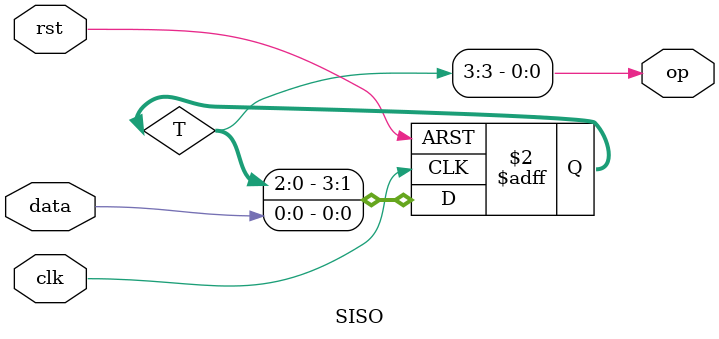
<source format=v>
module SISO(data,clk,rst,op);
  input clk,rst;
  input data;
  output op;
  reg [3:0]T;
  always@(posedge clk or posedge rst)
    begin
      if(rst)
        T=4'b0000;
      else
        begin
          T[3]<=T[2];
          T[2]<=T[1];
          T[1]<=T[0];
          T[0]<=data;
        end
    end
  assign op = T[3];
endmodule

</source>
